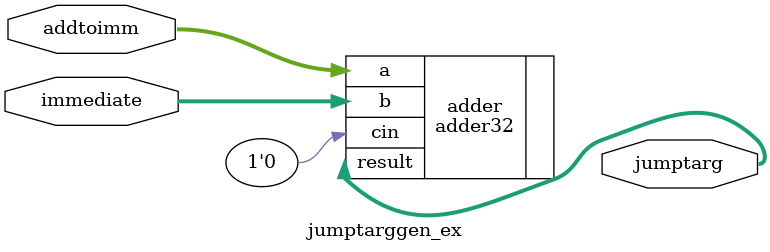
<source format=v>
module jumptarggen_ex(
jumptarg,
immediate,
addtoimm,
);
//output
output wire [31:0] jumptarg;
//input
input wire [31:0] immediate;
input wire [31:0] addtoimm;
adder32 adder(
	.result(jumptarg),
	.cin(1'b0),
	.a(addtoimm),
	.b(immediate)
);
endmodule

</source>
